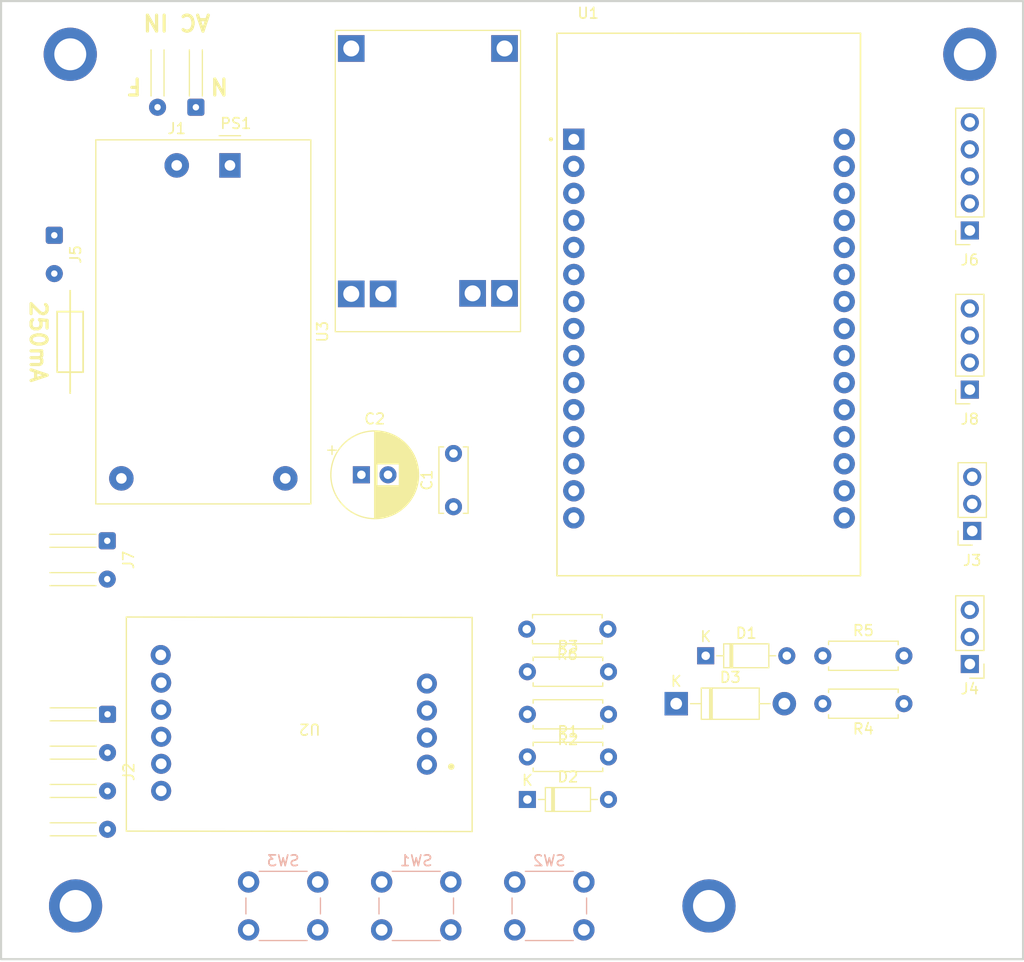
<source format=kicad_pcb>
(kicad_pcb (version 20211014) (generator pcbnew)
  (layers (0 "F.Cu" signal) (31 "B.Cu" signal) (34 "B.Paste" user) (35 "F.Paste" user) (36 "B.SilkS" user "B.Silkscreen") (37 "F.SilkS" user "F.Silkscreen") (38 "B.Mask" user) (39 "F.Mask" user) (44 "Edge.Cuts" user))
  (net 0 "")
  (net 1 "/5V")
  (net 2 "GND")
  (net 4 "/IR_out")
  (net 9 "/N")
  (net 10 "Net-(J1-Pad2)")
  (net 13 "/red_wire")
  (net 18 "/black_wire")
  (net 20 "/white_wire")
  (net 21 "/green_wire")
  (net 22 "/ac_check")
  (net 23 "/sMotor")
  (net 24 "/Phase")
  (net 25 "/CLK_encoder")
  (net 26 "/DT_encoder")
  (net 27 "/SW_encoder")
  (net 28 "/3V3")
  (net 29 "/SCL_disp")
  (net 30 "/SDA_disp")
  (net 31 "Net-(R1-Pad2)")
  (net 32 "Net-(D3-Pad1)")
  (net 33 "/led_on")
  (net 34 "/BUTTON_1")
  (net 35 "/BUTTON_2")
  (net 36 "/BUTTON_3")
  (net 37 "/SCK")
  (net 38 "/DT")
  (net 41 "Net-(J3-Pad1)")
  (net 42 "Net-(J7-Pad1)")
  (net 43 "Net-(J7-Pad2)")
  (net 44 "Net-(R3-Pad2)")
  (net 45 "/+Vcc")
  (footprint "Connector_PinSocket_2.54mm:PinSocket_1x03_P2.54mm_Vertical" (layer "F.Cu") (at 114.725 74.775 180)
    (fp_text reference "J3" (at 0 -2.77 180) (layer "F.SilkS"))
    (fp_text value "Conn_01x03")
    (fp_line (start 1.33 1.27) (end 1.33 6.41) (layer "F.SilkS") (width 0.12))
    (fp_line (start 0 -1.33) (end 1.33 -1.33) (layer "F.SilkS") (width 0.12))
    (fp_line (start -1.33 6.41) (end 1.33 6.41) (layer "F.SilkS") (width 0.12))
    (fp_line (start -1.33 1.27) (end -1.33 6.41) (layer "F.SilkS") (width 0.12))
    (fp_line (start -1.33 1.27) (end 1.33 1.27) (layer "F.SilkS") (width 0.12))
    (fp_line (start 1.33 -1.33) (end 1.33 0) (layer "F.SilkS") (width 0.12))
    (pad "1" thru_hole rect (at 0 0 180) (size 1.7 1.7) (drill 1) (layers *.Cu *.Mask) (net 41 "Net-(J3-Pad1)"))
    (pad "2" thru_hole oval (at 0 2.54 180) (size 1.7 1.7) (drill 1) (layers *.Cu *.Mask) (net 2 "GND"))
    (pad "3" thru_hole oval (at 0 5.08 180) (size 1.7 1.7) (drill 1) (layers *.Cu *.Mask) (net 1 "/5V"))
  )
  (footprint "Connector_PinHeader_2.54mm:PinHeader_1x03_P2.54mm_Vertical" (layer "F.Cu") (at 114.5 87.275 180)
    (fp_text reference "J4" (at 0 -2.33 180) (layer "F.SilkS"))
    (fp_text value "Conn_01x03")
    (fp_line (start 1.33 1.27) (end 1.33 6.41) (layer "F.SilkS") (width 0.12))
    (fp_line (start -1.33 0) (end -1.33 -1.33) (layer "F.SilkS") (width 0.12))
    (fp_line (start -1.33 6.41) (end 1.33 6.41) (layer "F.SilkS") (width 0.12))
    (fp_line (start -1.33 1.27) (end 1.33 1.27) (layer "F.SilkS") (width 0.12))
    (fp_line (start -1.33 -1.33) (end 0 -1.33) (layer "F.SilkS") (width 0.12))
    (fp_line (start -1.33 1.27) (end -1.33 6.41) (layer "F.SilkS") (width 0.12))
    (pad "1" thru_hole rect (at 0 0 180) (size 1.7 1.7) (drill 1) (layers *.Cu *.Mask) (net 23 "/sMotor"))
    (pad "2" thru_hole oval (at 0 2.54 180) (size 1.7 1.7) (drill 1) (layers *.Cu *.Mask) (net 1 "/5V"))
    (pad "3" thru_hole oval (at 0 5.08 180) (size 1.7 1.7) (drill 1) (layers *.Cu *.Mask) (net 2 "GND"))
  )
  (footprint "footprint_lib:fuse_ieee" (layer "F.Cu") (at 30 57 90)
    (fp_text reference "G***" hide)
    (fp_text value "LOGO" hide)
    (fp_poly (pts (xy -0.636544 -1.313956) (xy -0.401609 -1.313946) (xy -0.151079 -1.313936) (xy 0.020267 -1.313934) (xy 2.907081 -1.313934) (xy 2.907081 -0.090333) (xy 4.861559 -0.090333) (xy 4.861559 0.073909) (xy 2.907081 0.073909) (xy 2.907081 1.289299) (xy -2.891919 1.289299) (xy -2.939928 1.24129) (xy -2.939928 1.125057) (xy -2.775687 1.125057) (xy 2.742839 1.125057) (xy 2.742839 0.073909) (xy -2.775687 0.073909) (xy -2.775687 1.125057) (xy -2.939928 1.125057) (xy -2.939928 0.073909) (xy -4.894406 0.073909) (xy -4.894406 -0.090333) (xy -2.93973 -0.090333) (xy -2.775687 -0.090333) (xy 2.742839 -0.090333) (xy 2.742839 -1.149692) (xy -2.775687 -1.149692) (xy -2.775687 -0.090333) (xy -2.93973 -0.090333) (xy -2.940038 -0.673542) (xy -2.940008 -0.798867) (xy -2.939773 -0.908288) (xy -2.939326 -1.002323) (xy -2.938658 -1.081491) (xy -2.937762 -1.146311) (xy -2.93663 -1.1973) (xy -2.935256 -1.234979) (xy -2.933631 -1.259864) (xy -2.931747 -1.272476) (xy -2.931264 -1.27372) (xy -2.929708 -1.277301) (xy -2.928656 -1.280664) (xy -2.927607 -1.283815) (xy -2.926056 -1.286761) (xy -2.923501 -1.28951) (xy -2.919439 -1.292067) (xy -2.913366 -1.294441) (xy -2.904779 -1.296637) (xy -2.893176 -1.298662) (xy -2.878053 -1.300524) (xy -2.858906 -1.302229) (xy -2.835234 -1.303784) (xy -2.806533 -1.305196) (xy -2.772299 -1.306472) (xy -2.73203 -1.307618) (xy -2.685223 -1.308642) (xy -2.631374 -1.30955) (xy -2.56998 -1.31035) (xy -2.500538 -1.311047) (xy -2.422546 -1.311649) (xy -2.3355 -1.312164) (xy -2.238897 -1.312596) (xy -2.132233 -1.312954) (xy -2.015007 -1.313245) (xy -1.886714 -1.313475) (xy -1.746851 -1.313651) (xy -1.594916 -1.313779) (xy -1.430406 -1.313868) (xy -1.252816 -1.313923) (xy -1.061645 -1.313951) (xy -0.856389 -1.31396)) (layer "F.SilkS") (width 0) (fill solid))
  )
  (footprint "Diode_THT:D_DO-35_SOD27_P7.62mm_Horizontal" (layer "F.Cu") (at 89.69 86.5)
    (fp_text reference "D1" (at 3.81 -2.12) (layer "F.SilkS"))
    (fp_text value "3V6")
    (fp_text user "K" (at 0 -1.8) (layer "F.SilkS"))
    (fp_line (start 1.69 1.12) (end 5.93 1.12) (layer "F.SilkS") (width 0.12))
    (fp_line (start 1.04 0) (end 1.69 0) (layer "F.SilkS") (width 0.12))
    (fp_line (start 2.41 -1.12) (end 2.41 1.12) (layer "F.SilkS") (width 0.12))
    (fp_line (start 2.53 -1.12) (end 2.53 1.12) (layer "F.SilkS") (width 0.12))
    (fp_line (start 5.93 1.12) (end 5.93 -1.12) (layer "F.SilkS") (width 0.12))
    (fp_line (start 6.58 0) (end 5.93 0) (layer "F.SilkS") (width 0.12))
    (fp_line (start 2.29 -1.12) (end 2.29 1.12) (layer "F.SilkS") (width 0.12))
    (fp_line (start 5.93 -1.12) (end 1.69 -1.12) (layer "F.SilkS") (width 0.12))
    (fp_line (start 1.69 -1.12) (end 1.69 1.12) (layer "F.SilkS") (width 0.12))
    (pad "1" thru_hole rect (at 0 0) (size 1.6 1.6) (drill 0.8) (layers *.Cu *.Mask) (net 22 "/ac_check"))
    (pad "2" thru_hole oval (at 7.62 0) (size 1.6 1.6) (drill 0.8) (layers *.Cu *.Mask) (net 2 "GND"))
  )
  (footprint "Resistor_THT:R_Axial_DIN0207_L6.3mm_D2.5mm_P7.62mm_Horizontal" (layer "F.Cu") (at 80.5 84 180)
    (fp_text reference "R6" (at 3.81 -2.37 180) (layer "F.SilkS"))
    (fp_text value "10k")
    (fp_line (start 7.08 1.37) (end 7.08 1.04) (layer "F.SilkS") (width 0.12))
    (fp_line (start 0.54 1.37) (end 7.08 1.37) (layer "F.SilkS") (width 0.12))
    (fp_line (start 0.54 -1.04) (end 0.54 -1.37) (layer "F.SilkS") (width 0.12))
    (fp_line (start 0.54 -1.37) (end 7.08 -1.37) (layer "F.SilkS") (width 0.12))
    (fp_line (start 7.08 -1.37) (end 7.08 -1.04) (layer "F.SilkS") (width 0.12))
    (fp_line (start 0.54 1.04) (end 0.54 1.37) (layer "F.SilkS") (width 0.12))
    (pad "1" thru_hole circle (at 0 0 180) (size 1.6 1.6) (drill 0.8) (layers *.Cu *.Mask) (net 31 "Net-(R1-Pad2)"))
    (pad "2" thru_hole oval (at 7.62 0 180) (size 1.6 1.6) (drill 0.8) (layers *.Cu *.Mask) (net 2 "GND"))
  )
  (footprint "footprint_lib:TP4056" (layer "F.Cu") (at 54.895 56.055 90)
    (fp_text reference "U3" (at 0 -1.2 90 unlocked) (layer "F.SilkS"))
    (fp_text value "TP4056")
    (fp_rect (start 0 0) (end 28.3 17.4) (layer "F.SilkS") (width 0.12) (fill none))
    (pad "1" thru_hole rect (at 26.6 15.9 90) (size 2.5 2.5) (drill 1.5) (layers *.Cu *.Mask) (net 32 "Net-(D3-Pad1)"))
    (pad "2" thru_hole rect (at 26.6 1.5 90) (size 2.5 2.5) (drill 1.5) (layers *.Cu *.Mask) (net 2 "GND"))
    (pad "3" thru_hole rect (at 3.55 1.5 90) (size 2.5 2.5) (drill 1.5) (layers *.Cu *.Mask) (net 2 "GND"))
    (pad "4" thru_hole rect (at 3.55 4.5 90) (size 2.5 2.5) (drill 1.5) (layers *.Cu *.Mask) (net 43 "Net-(J7-Pad2)"))
    (pad "5" thru_hole rect (at 3.6 12.9 90) (size 2.5 2.5) (drill 1.5) (layers *.Cu *.Mask) (net 42 "Net-(J7-Pad1)"))
    (pad "6" thru_hole rect (at 3.6 15.9 90) (size 2.5 2.5) (drill 1.5) (layers *.Cu *.Mask) (net 45 "/+Vcc"))
  )
  (footprint "Connector_Wire:SolderWire-0.1sqmm_1x04_P3.6mm_D0.4mm_OD1mm_Relief" (layer "F.Cu") (at 33.5 92 -90)
    (fp_text reference "J2" (at 5.4 -2 90) (layer "F.SilkS"))
    (fp_text value "Conn_01x04")
    (fp_line (start 6.59 1.06) (end 6.59 5.39) (layer "F.SilkS") (width 0.12))
    (fp_line (start 0.61 1.06) (end 0.61 5.39) (layer "F.SilkS") (width 0.12))
    (fp_line (start 7.81 1.06) (end 7.81 5.39) (layer "F.SilkS") (width 0.12))
    (fp_line (start -0.61 1.06) (end -0.61 5.39) (layer "F.SilkS") (width 0.12))
    (fp_line (start 10.19 1.06) (end 10.19 5.39) (layer "F.SilkS") (width 0.12))
    (fp_line (start 2.99 1.06) (end 2.99 5.39) (layer "F.SilkS") (width 0.12))
    (fp_line (start 11.41 1.06) (end 11.41 5.39) (layer "F.SilkS") (width 0.12))
    (fp_line (start 4.21 1.06) (end 4.21 5.39) (layer "F.SilkS") (width 0.12))
    (pad "" np_thru_hole circle (at 7.2 6 270) (size 1.5 1.5) (drill 1.5) (layers *.Cu *.Mask))
    (pad "" np_thru_hole circle (at 3.6 6 270) (size 1.5 1.5) (drill 1.5) (layers *.Cu *.Mask))
    (pad "" np_thru_hole circle (at 0 6 270) (size 1.5 1.5) (drill 1.5) (layers *.Cu *.Mask))
    (pad "" np_thru_hole circle (at 10.8 6 270) (size 1.5 1.5) (drill 1.5) (layers *.Cu *.Mask))
    (pad "1" thru_hole roundrect (at 0 0 270) (size 1.6 1.6) (drill 0.6) (layers *.Cu *.Mask) (roundrect_rratio 0.15625) (net 21 "/green_wire"))
    (pad "2" thru_hole circle (at 3.6 0 270) (size 1.6 1.6) (drill 0.6) (layers *.Cu *.Mask) (net 20 "/white_wire"))
    (pad "3" thru_hole circle (at 7.2 0 270) (size 1.6 1.6) (drill 0.6) (layers *.Cu *.Mask) (net 18 "/black_wire"))
    (pad "4" thru_hole circle (at 10.8 0 270) (size 1.6 1.6) (drill 0.6) (layers *.Cu *.Mask) (net 13 "/red_wire"))
  )
  (footprint "Resistor_THT:R_Axial_DIN0207_L6.3mm_D2.5mm_P7.62mm_Horizontal" (layer "F.Cu") (at 72.94 88)
    (fp_text reference "R3" (at 3.81 -2.37) (layer "F.SilkS"))
    (fp_text value "10k")
    (fp_line (start 0.54 1.37) (end 7.08 1.37) (layer "F.SilkS") (width 0.12))
    (fp_line (start 7.08 1.37) (end 7.08 1.04) (layer "F.SilkS") (width 0.12))
    (fp_line (start 0.54 1.04) (end 0.54 1.37) (layer "F.SilkS") (width 0.12))
    (fp_line (start 0.54 -1.37) (end 7.08 -1.37) (layer "F.SilkS") (width 0.12))
    (fp_line (start 0.54 -1.04) (end 0.54 -1.37) (layer "F.SilkS") (width 0.12))
    (fp_line (start 7.08 -1.37) (end 7.08 -1.04) (layer "F.SilkS") (width 0.12))
    (pad "1" thru_hole circle (at 0 0) (size 1.6 1.6) (drill 0.8) (layers *.Cu *.Mask) (net 1 "/5V"))
    (pad "2" thru_hole oval (at 7.62 0) (size 1.6 1.6) (drill 0.8) (layers *.Cu *.Mask) (net 44 "Net-(R3-Pad2)"))
  )
  (footprint "Capacitor_THT:C_Disc_D6.0mm_W2.5mm_P5.00mm" (layer "F.Cu") (at 66 72.5 90)
    (fp_text reference "C1" (at 2.5 -2.5 90) (layer "F.SilkS"))
    (fp_text value "100n")
    (fp_line (start -0.62 1.37) (end 5.62 1.37) (layer "F.SilkS") (width 0.12))
    (fp_line (start -0.62 0.925) (end -0.62 1.37) (layer "F.SilkS") (width 0.12))
    (fp_line (start 5.62 0.925) (end 5.62 1.37) (layer "F.SilkS") (width 0.12))
    (fp_line (start -0.62 -1.37) (end -0.62 -0.925) (layer "F.SilkS") (width 0.12))
    (fp_line (start -0.62 -1.37) (end 5.62 -1.37) (layer "F.SilkS") (width 0.12))
    (fp_line (start 5.62 -1.37) (end 5.62 -0.925) (layer "F.SilkS") (width 0.12))
    (pad "1" thru_hole circle (at 0 0 90) (size 1.6 1.6) (drill 0.8) (layers *.Cu *.Mask) (net 1 "/5V"))
    (pad "2" thru_hole circle (at 5 0 90) (size 1.6 1.6) (drill 0.8) (layers *.Cu *.Mask) (net 2 "GND"))
  )
  (footprint "Connector_Wire:SolderWire-0.1sqmm_1x02_P3.6mm_D0.4mm_OD1mm_Relief" (layer "F.Cu") (at 41.8 34.975 180)
    (fp_text reference "J1" (at 1.8 -2 180) (layer "F.SilkS"))
    (fp_text value "Conn_01x02")
    (fp_line (start 4.21 1.06) (end 4.21 5.39) (layer "F.SilkS") (width 0.12))
    (fp_line (start 0.61 1.06) (end 0.61 5.39) (layer "F.SilkS") (width 0.12))
    (fp_line (start -0.61 1.06) (end -0.61 5.39) (layer "F.SilkS") (width 0.12))
    (fp_line (start 2.99 1.06) (end 2.99 5.39) (layer "F.SilkS") (width 0.12))
    (pad "" np_thru_hole circle (at 0 6 180) (size 1.5 1.5) (drill 1.5) (layers *.Cu *.Mask))
    (pad "" np_thru_hole circle (at 3.6 6 180) (size 1.5 1.5) (drill 1.5) (layers *.Cu *.Mask))
    (pad "1" thru_hole roundrect (at 0 0 180) (size 1.6 1.6) (drill 0.6) (layers *.Cu *.Mask) (roundrect_rratio 0.15625) (net 9 "/N"))
    (pad "2" thru_hole circle (at 3.6 0 180) (size 1.6 1.6) (drill 0.6) (layers *.Cu *.Mask) (net 10 "Net-(J1-Pad2)"))
  )
  (footprint "Resistor_THT:R_Axial_DIN0207_L6.3mm_D2.5mm_P7.62mm_Horizontal" (layer "F.Cu") (at 100.69 86.5)
    (fp_text reference "R5" (at 3.81 -2.37) (layer "F.SilkS"))
    (fp_text value "10k")
    (fp_line (start 0.54 -1.37) (end 7.08 -1.37) (layer "F.SilkS") (width 0.12))
    (fp_line (start 7.08 -1.37) (end 7.08 -1.04) (layer "F.SilkS") (width 0.12))
    (fp_line (start 0.54 -1.04) (end 0.54 -1.37) (layer "F.SilkS") (width 0.12))
    (fp_line (start 7.08 1.37) (end 7.08 1.04) (layer "F.SilkS") (width 0.12))
    (fp_line (start 0.54 1.37) (end 7.08 1.37) (layer "F.SilkS") (width 0.12))
    (fp_line (start 0.54 1.04) (end 0.54 1.37) (layer "F.SilkS") (width 0.12))
    (pad "1" thru_hole circle (at 0 0) (size 1.6 1.6) (drill 0.8) (layers *.Cu *.Mask) (net 44 "Net-(R3-Pad2)"))
    (pad "2" thru_hole oval (at 7.62 0) (size 1.6 1.6) (drill 0.8) (layers *.Cu *.Mask) (net 22 "/ac_check"))
  )
  (footprint "Connector_PinSocket_2.54mm:PinSocket_1x05_P2.54mm_Vertical" (layer "F.Cu") (at 114.5 46.55 180)
    (fp_text reference "J6" (at 0 -2.77 180) (layer "F.SilkS"))
    (fp_text value "Conn_01x05")
    (fp_line (start -1.33 11.49) (end 1.33 11.49) (layer "F.SilkS") (width 0.12))
    (fp_line (start 0 -1.33) (end 1.33 -1.33) (layer "F.SilkS") (width 0.12))
    (fp_line (start -1.33 1.27) (end 1.33 1.27) (layer "F.SilkS") (width 0.12))
    (fp_line (start 1.33 -1.33) (end 1.33 0) (layer "F.SilkS") (width 0.12))
    (fp_line (start -1.33 1.27) (end -1.33 11.49) (layer "F.SilkS") (width 0.12))
    (fp_line (start 1.33 1.27) (end 1.33 11.49) (layer "F.SilkS") (width 0.12))
    (pad "1" thru_hole rect (at 0 0 180) (size 1.7 1.7) (drill 1) (layers *.Cu *.Mask) (net 2 "GND"))
    (pad "2" thru_hole oval (at 0 2.54 180) (size 1.7 1.7) (drill 1) (layers *.Cu *.Mask) (net 28 "/3V3"))
    (pad "3" thru_hole oval (at 0 5.08 180) (size 1.7 1.7) (drill 1) (layers *.Cu *.Mask) (net 27 "/SW_encoder"))
    (pad "4" thru_hole oval (at 0 7.62 180) (size 1.7 1.7) (drill 1) (layers *.Cu *.Mask) (net 26 "/DT_encoder"))
    (pad "5" thru_hole oval (at 0 10.16 180) (size 1.7 1.7) (drill 1) (layers *.Cu *.Mask) (net 25 "/CLK_encoder"))
  )
  (footprint "Diode_THT:D_DO-35_SOD27_P7.62mm_Horizontal" (layer "F.Cu") (at 72.94 100)
    (fp_text reference "D2" (at 3.81 -2.12) (layer "F.SilkS"))
    (fp_text value "3V6")
    (fp_text user "K" (at 0 -1.8) (layer "F.SilkS"))
    (fp_line (start 1.69 -1.12) (end 1.69 1.12) (layer "F.SilkS") (width 0.12))
    (fp_line (start 1.04 0) (end 1.69 0) (layer "F.SilkS") (width 0.12))
    (fp_line (start 6.58 0) (end 5.93 0) (layer "F.SilkS") (width 0.12))
    (fp_line (start 5.93 1.12) (end 5.93 -1.12) (layer "F.SilkS") (width 0.12))
    (fp_line (start 1.69 1.12) (end 5.93 1.12) (layer "F.SilkS") (width 0.12))
    (fp_line (start 2.29 -1.12) (end 2.29 1.12) (layer "F.SilkS") (width 0.12))
    (fp_line (start 2.41 -1.12) (end 2.41 1.12) (layer "F.SilkS") (width 0.12))
    (fp_line (start 2.53 -1.12) (end 2.53 1.12) (layer "F.SilkS") (width 0.12))
    (fp_line (start 5.93 -1.12) (end 1.69 -1.12) (layer "F.SilkS") (width 0.12))
    (pad "1" thru_hole rect (at 0 0) (size 1.6 1.6) (drill 0.8) (layers *.Cu *.Mask) (net 4 "/IR_out"))
    (pad "2" thru_hole oval (at 7.62 0) (size 1.6 1.6) (drill 0.8) (layers *.Cu *.Mask) (net 2 "GND"))
  )
  (footprint "Connector_Wire:SolderWire-0.1sqmm_1x02_P3.6mm_D0.4mm_OD1mm_Relief" (layer "F.Cu") (at 33.475 75.7 -90)
    (fp_text reference "J7" (at 1.8 -2 90) (layer "F.SilkS"))
    (fp_text value "Conn_01x02")
    (fp_line (start 2.99 1.06) (end 2.99 5.39) (layer "F.SilkS") (width 0.12))
    (fp_line (start -0.61 1.06) (end -0.61 5.39) (layer "F.SilkS") (width 0.12))
    (fp_line (start 0.61 1.06) (end 0.61 5.39) (layer "F.SilkS") (width 0.12))
    (fp_line (start 4.21 1.06) (end 4.21 5.39) (layer "F.SilkS") (width 0.12))
    (pad "" np_thru_hole circle (at 3.6 6 270) (size 1.5 1.5) (drill 1.5) (layers *.Cu *.Mask))
    (pad "" np_thru_hole circle (at 0 6 270) (size 1.5 1.5) (drill 1.5) (layers *.Cu *.Mask))
    (pad "1" thru_hole roundrect (at 0 0 270) (size 1.6 1.6) (drill 0.6) (layers *.Cu *.Mask) (roundrect_rratio 0.15625) (net 42 "Net-(J7-Pad1)"))
    (pad "2" thru_hole circle (at 3.6 0 270) (size 1.6 1.6) (drill 0.6) (layers *.Cu *.Mask) (net 43 "Net-(J7-Pad2)"))
  )
  (footprint "Resistor_THT:R_Axial_DIN0207_L6.3mm_D2.5mm_P7.62mm_Horizontal" (layer "F.Cu") (at 80.56 92 180)
    (fp_text reference "R2" (at 3.81 -2.37 180) (layer "F.SilkS"))
    (fp_text value "10k")
    (fp_line (start 0.54 1.37) (end 7.08 1.37) (layer "F.SilkS") (width 0.12))
    (fp_line (start 0.54 1.04) (end 0.54 1.37) (layer "F.SilkS") (width 0.12))
    (fp_line (start 7.08 1.37) (end 7.08 1.04) (layer "F.SilkS") (width 0.12))
    (fp_line (start 7.08 -1.37) (end 7.08 -1.04) (layer "F.SilkS") (width 0.12))
    (fp_line (start 0.54 -1.04) (end 0.54 -1.37) (layer "F.SilkS") (width 0.12))
    (fp_line (start 0.54 -1.37) (end 7.08 -1.37) (layer "F.SilkS") (width 0.12))
    (pad "1" thru_hole circle (at 0 0 180) (size 1.6 1.6) (drill 0.8) (layers *.Cu *.Mask) (net 41 "Net-(J3-Pad1)"))
    (pad "2" thru_hole oval (at 7.62 0 180) (size 1.6 1.6) (drill 0.8) (layers *.Cu *.Mask) (net 31 "Net-(R1-Pad2)"))
  )
  (footprint "Capacitor_THT:CP_Radial_D8.0mm_P2.50mm" (layer "F.Cu") (at 57.347349 69.5)
    (fp_text reference "C2" (at 1.25 -5.25) (layer "F.SilkS"))
    (fp_text value "220u")
    (fp_line (start 2.931 1.04) (end 2.931 3.722) (layer "F.SilkS") (width 0.12))
    (fp_line (start 3.051 -3.666) (end 3.051 -1.04) (layer "F.SilkS") (width 0.12))
    (fp_line (start 1.89 -4.03) (end 1.89 -1.04) (layer "F.SilkS") (width 0.12))
    (fp_line (start 2.091 1.04) (end 2.091 3.994) (layer "F.SilkS") (width 0.12))
    (fp_line (start -2.759698 -2.715) (end -2.759698 -1.915) (layer "F.SilkS") (width 0.12))
    (fp_line (start 1.49 1.04) (end 1.49 4.074) (layer "F.SilkS") (width 0.12))
    (fp_line (start 4.931 -1.813) (end 4.931 1.813) (layer "F.SilkS") (width 0.12))
    (fp_line (start 1.69 1.04) (end 1.69 4.057) (layer "F.SilkS") (width 0.12))
    (fp_line (start 1.81 1.04) (end 1.81 4.042) (layer "F.SilkS") (width 0.12))
    (fp_line (start 3.091 -3.647) (end 3.091 -1.04) (layer "F.SilkS") (width 0.12))
    (fp_line (start 2.371 -3.925) (end 2.371 -1.04) (layer "F.SilkS") (width 0.12))
    (fp_line (start 5.171 -1.229) (end 5.171 1.229) (layer "F.SilkS") (width 0.12))
    (fp_line (start 3.691 -3.28) (end 3.691 3.28) (layer "F.SilkS") (width 0.12))
    (fp_line (start 2.331 1.04) (end 2.331 3.936) (layer "F.SilkS") (width 0.12))
    (fp_line (start 1.85 -4.037) (end 1.85 -1.04) (layer "F.SilkS") (width 0.12))
    (fp_line (start 1.69 -4.057) (end 1.69 -1.04) (layer "F.SilkS") (width 0.12))
    (fp_line (start 2.931 -3.722) (end 2.931 -1.04) (layer "F.SilkS") (width 0.12))
    (fp_line (start 2.171 -3.976) (end 2.171 -1.04) (layer "F.SilkS") (width 0.12))
    (fp_line (start 2.211 -3.967) (end 2.211 -1.04) (layer "F.SilkS") (width 0.12))
    (fp_line (start 1.73 -4.052) (end 1.73 -1.04) (layer "F.SilkS") (width 0.12))
    (fp_line (start 2.811 -3.774) (end 2.811 -1.04) (layer "F.SilkS") (width 0.12))
    (fp_line (start 5.251 -0.948) (end 5.251 0.948) (layer "F.SilkS") (width 0.12))
    (fp_line (start 3.811 -3.189) (end 3.811 3.189) (layer "F.SilkS") (width 0.12))
    (fp_line (start 3.931 -3.09) (end 3.931 3.09) (layer "F.SilkS") (width 0.12))
    (fp_line (start 2.571 1.04) (end 2.571 3.863) (layer "F.SilkS") (width 0.12))
    (fp_line (start 1.61 1.04) (end 1.61 4.065) (layer "F.SilkS") (width 0.12))
    (fp_line (start 2.691 -3.821) (end 2.691 -1.04) (layer "F.SilkS") (width 0.12))
    (fp_line (start 2.491 -3.889) (end 2.491 -1.04) (layer "F.SilkS") (width 0.12))
    (fp_line (start 3.331 -3.517) (end 3.331 -1.04) (layer "F.SilkS") (width 0.12))
    (fp_line (start 4.291 -2.741) (end 4.291 2.741) (layer "F.SilkS") (width 0.12))
    (fp_line (start 1.971 -4.017) (end 1.971 -1.04) (layer "F.SilkS") (width 0.12))
    (fp_line (start 2.891 1.04) (end 2.891 3.74) (layer "F.SilkS") (width 0.12))
    (fp_line (start 3.331 1.04) (end 3.331 3.517) (layer "F.SilkS") (width 0.12))
    (fp_line (start 2.851 -3.757) (end 2.851 -1.04) (layer "F.SilkS") (width 0.12))
    (fp_line (start 4.051 -2.983) (end 4.051 2.983) (layer "F.SilkS") (width 0.12))
    (fp_line (start 4.531 -2.454) (end 4.531 2.454) (layer "F.SilkS") (width 0.12))
    (fp_line (start 1.57 1.04) (end 1.57 4.068) (layer "F.SilkS") (width 0.12))
    (fp_line (start 3.251 -3.562) (end 3.251 -1.04) (layer "F.SilkS") (width 0.12))
    (fp_line (start 5.331 -0.533) (end 5.331 0.533) (layer "F.SilkS") (width 0.12))
    (fp_line (start 2.411 -3.914) (end 2.411 -1.04) (layer "F.SilkS") (width 0.12))
    (fp_line (start 3.451 1.04) (end 3.451 3.444) (layer "F.SilkS") (width 0.12))
    (fp_line (start 2.331 -3.936) (end 2.331 -1.04) (layer "F.SilkS") (width 0.12))
    (fp_line (start 2.451 1.04) (end 2.451 3.902) (layer "F.SilkS") (width 0.12))
    (fp_line (start 1.77 -4.048) (end 1.77 -1.04) (layer "F.SilkS") (width 0.12))
    (fp_line (start 2.171 1.04) (end 2.171 3.976) (layer "F.SilkS") (width 0.12))
    (fp_line (start 2.491 1.04) (end 2.491 3.889) (layer "F.SilkS") (width 0.12))
    (fp_line (start 1.77 1.04) (end 1.77 4.048) (layer "F.SilkS") (width 0.12))
    (fp_line (start 1.81 -4.042) (end 1.81 -1.04) (layer "F.SilkS") (width 0.12))
    (fp_line (start 4.131 -2.907) (end 4.131 2.907) (layer "F.SilkS") (width 0.12))
    (fp_line (start 2.651 1.04) (end 2.651 3.835) (layer "F.SilkS") (width 0.12))
    (fp_line (start 2.531 -3.877) (end 2.531 -1.04) (layer "F.SilkS") (width 0.12))
    (fp_line (start 5.211 -1.098) (end 5.211 1.098) (layer "F.SilkS") (width 0.12))
    (fp_line (start 3.531 -3.392) (end 3.531 -1.04) (layer "F.SilkS") (width 0.12))
    (fp_line (start 1.93 -4.024) (end 1.93 -1.04) (layer "F.SilkS") (width 0.12))
    (fp_line (start 2.971 -3.704) (end 2.971 -1.04) (layer "F.SilkS") (width 0.12))
    (fp_line (start 4.451 -2.556) (end 4.451 2.556) (layer "F.SilkS") (width 0.12))
    (fp_line (start 2.451 -3.902) (end 2.451 -1.04) (layer "F.SilkS") (width 0.12))
    (fp_line (start 3.171 -3.606) (end 3.171 -1.04) (layer "F.SilkS") (width 0.12))
    (fp_line (start 3.011 -3.686) (end 3.011 -1.04) (layer "F.SilkS") (width 0.12))
    (fp_line (start 5.291 -0.768) (end 5.291 0.768) (layer "F.SilkS") (width 0.12))
    (fp_line (start 1.37 -4.079) (end 1.37 4.079) (layer "F.SilkS") (width 0.12))
    (fp_line (start 1.53 -4.071) (end 1.53 -1.04) (layer "F.SilkS") (width 0.12))
    (fp_line (start 5.091 -1.453) (end 5.091 1.453) (layer "F.SilkS") (width 0.12))
    (fp_line (start 4.331 -2.697) (end 4.331 2.697) (layer "F.SilkS") (width 0.12))
    (fp_line (start 4.851 -1.964) (end 4.851 1.964) (layer "F.SilkS") (width 0.12))
    (fp_line (start 2.851 1.04) (end 2.851 3.757) (layer "F.SilkS") (width 0.12))
    (fp_line (start 3.291 -3.54) (end 3.291 -1.04) (layer "F.SilkS") (width 0.12))
    (fp_line (start 3.651 -3.309) (end 3.651 3.309) (layer "F.SilkS") (width 0.12))
    (fp_line (start 3.491 1.04) (end 3.491 3.418) (layer "F.SilkS") (width 0.12))
    (fp_line (start 1.89 1.04) (end 1.89 4.03) (layer "F.SilkS") (width 0.12))
    (fp_line (start 1.49 -4.074) (end 1.49 -1.04) (layer "F.SilkS") (width 0.12))
    (fp_line (start 2.891 -3.74) (end 2.891 -1.04) (layer "F.SilkS") (width 0.12))
    (fp_line (start 1.57 -4.068) (end 1.57 -1.04) (layer "F.SilkS") (width 0.12))
    (fp_line (start 1.93 1.04) (end 1.93 4.024) (layer "F.SilkS") (width 0.12))
    (fp_line (start 2.771 -3.79) (end 2.771 -1.04) (layer "F.SilkS") (width 0.12))
    (fp_line (start 2.731 -3.805) (end 2.731 -1.04) (layer "F.SilkS") (width 0.12))
    (fp_line (start 3.611 -3.338) (end 3.611 3.338) (layer "F.SilkS") (width 0.12))
    (fp_line (start 3.051 1.04) (end 3.051 3.666) (layer "F.SilkS") (width 0.12))
    (fp_line (start 2.651 -3.835) (end 2.651 -1.04) (layer "F.SilkS") (width 0.12))
    (fp_line (start 3.291 1.04) (end 3.291 3.54) (layer "F.SilkS") (width 0.12))
    (fp_line (start 2.051 1.04) (end 2.051 4.002) (layer "F.SilkS") (width 0.12))
    (fp_line (start 3.251 1.04) (end 3.251 3.562) (layer "F.SilkS") (width 0.12))
    (fp_line (start 3.211 -3.584) (end 3.211 -1.04) (layer "F.SilkS") (width 0.12))
    (fp_line (start 2.611 -3.85) (end 2.611 -1.04) (layer "F.SilkS") (width 0.12))
    (fp_line (start 4.211 -2.826) (end 4.211 2.826) (layer "F.SilkS") (width 0.12))
    (fp_line (start 4.251 -2.784) (end 4.251 2.784) (layer "F.SilkS") (width 0.12))
    (fp_line (start 2.211 1.04) (end 2.211 3.967) (layer "F.SilkS") (width 0.12))
    (fp_line (start 4.611 -2.345) (end 4.611 2.345) (layer "F.SilkS") (width 0.12))
    (fp_line (start 1.41 -4.077) (end 1.41 4.077) (layer "F.SilkS") (width 0.12))
    (fp_line (start 2.011 1.04) (end 2.011 4.01) (layer "F.SilkS") (width 0.12))
    (fp_line (start 1.73 1.04) (end 1.73 4.052) (layer "F.SilkS") (width 0.12))
    (fp_line (start 5.051 -1.552) (end 5.051 1.552) (layer "F.SilkS") (width 0.12))
    (fp_line (start 2.011 -4.01) (end 2.011 -1.04) (layer "F.SilkS") (width 0.12))
    (fp_line (start -3.159698 -2.315) (end -2.359698 -2.315) (layer "F.SilkS") (width 0.12))
    (fp_line (start 2.131 1.04) (end 2.131 3.985) (layer "F.SilkS") (width 0.12))
    (fp_line (start 3.411 -3.469) (end 3.411 -1.04) (layer "F.SilkS") (width 0.12))
    (fp_line (start 3.171 1.04) (end 3.171 3.606) (layer "F.SilkS") (width 0.12))
    (fp_line (start 2.051 -4.002) (end 2.051 -1.04) (layer "F.SilkS") (width 0.12))
    (fp_line (start 1.65 1.04) (end 1.65 4.061) (layer "F.SilkS") (width 0.12))
    (fp_line (start 1.971 1.04) (end 1.971 4.017) (layer "F.SilkS") (width 0.12))
    (fp_line (start 2.251 1.04) (end 2.251 3.957) (layer "F.SilkS") (width 0.12))
    (fp_line (start 3.731 -3.25) (end 3.731 3.25) (layer "F.SilkS") (width 0.12))
    (fp_line (start 4.651 -2.287) (end 4.651 2.287) (layer "F.SilkS") (width 0.12))
    (fp_line (start 2.571 -3.863) (end 2.571 -1.04) (layer "F.SilkS") (width 0.12))
    (fp_line (start 2.771 1.04) (end 2.771 3.79) (layer "F.SilkS") (width 0.12))
    (fp_line (start 3.891 -3.124) (end 3.891 3.124) (layer "F.SilkS") (width 0.12))
    (fp_line (start 5.131 -1.346) (end 5.131 1.346) (layer "F.SilkS") (width 0.12))
    (fp_line (start 1.65 -4.061) (end 1.65 -1.04) (layer "F.SilkS") (width 0.12))
    (fp_line (start 2.291 1.04) (end 2.291 3.947) (layer "F.SilkS") (width 0.12))
    (fp_line (start 3.971 -3.055) (end 3.971 3.055) (layer "F.SilkS") (width 0.12))
    (fp_line (start 1.61 -4.065) (end 1.61 -1.04) (layer "F.SilkS") (width 0.12))
    (fp_line (start 3.211 1.04) (end 3.211 3.584) (layer "F.SilkS") (width 0.12))
    (fp_line (start 1.25 -4.08) (end 1.25 4.08) (layer "F.SilkS") (width 0.12))
    (fp_line (start 4.411 -2.604) (end 4.411 2.604) (layer "F.SilkS") (width 0.12))
    (fp_line (start 4.571 -2.4) (end 4.571 2.4) (layer "F.SilkS") (width 0.12))
    (fp_line (start 2.971 1.04) (end 2.971 3.704) (layer "F.SilkS") (width 0.12))
    (fp_line (start 5.011 -1.645) (end 5.011 1.645) (layer "F.SilkS") (width 0.12))
    (fp_line (start 4.171 -2.867) (end 4.171 2.867) (layer "F.SilkS") (width 0.12))
    (fp_line (start 3.411 1.04) (end 3.411 3.469) (layer "F.SilkS") (width 0.12))
    (fp_line (start 2.091 -3.994) (end 2.091 -1.04) (layer "F.SilkS") (width 0.12))
    (fp_line (start 2.611 1.04) (end 2.611 3.85) (layer "F.SilkS") (width 0.12))
    (fp_line (start 2.251 -3.957) (end 2.251 -1.04) (layer "F.SilkS") (width 0.12))
    (fp_line (start 2.131 -3.985) (end 2.131 -1.04) (layer "F.SilkS") (width 0.12))
    (fp_line (start 4.731 -2.166) (end 4.731 2.166) (layer "F.SilkS") (width 0.12))
    (fp_line (start 4.371 -2.651) (end 4.371 2.651) (layer "F.SilkS") (width 0.12))
    (fp_line (start 3.371 1.04) (end 3.371 3.493) (layer "F.SilkS") (width 0.12))
    (fp_line (start 1.85 1.04) (end 1.85 4.037) (layer "F.SilkS") (width 0.12))
    (fp_line (start 2.691 1.04) (end 2.691 3.821) (layer "F.SilkS") (width 0.12))
    (fp_line (start 4.891 -1.89) (end 4.891 1.89) (layer "F.SilkS") (width 0.12))
    (fp_line (start 3.531 1.04) (end 3.531 3.392) (layer "F.SilkS") (width 0.12))
    (fp_line (start 3.771 -3.22) (end 3.771 3.22) (layer "F.SilkS") (width 0.12))
    (fp_line (start 2.531 1.04) (end 2.531 3.877) (layer "F.SilkS") (width 0.12))
    (fp_line (start 2.731 1.04) (end 2.731 3.805) (layer "F.SilkS") (width 0.12))
    (fp_line (start 1.45 -4.076) (end 1.45 4.076) (layer "F.SilkS") (width 0.12))
    (fp_line (start 3.571 -3.365) (end 3.571 3.365) (layer "F.SilkS") (width 0.12))
    (fp_line (start 3.131 1.04) (end 3.131 3.627) (layer "F.SilkS") (width 0.12))
    (fp_line (start 4.771 -2.102) (end 4.771 2.102) (layer "F.SilkS") (width 0.12))
    (fp_line (start 2.811 1.04) (end 2.811 3.774) (layer "F.SilkS") (width 0.12))
    (fp_line (start 4.691 -2.228) (end 4.691 2.228) (layer "F.SilkS") (width 0.12))
    (fp_line (start 4.091 -2.945) (end 4.091 2.945) (layer "F.SilkS") (width 0.12))
    (fp_line (start 4.491 -2.505) (end 4.491 2.505) (layer "F.SilkS") (width 0.12))
    (fp_line (start 3.131 -3.627) (end 3.131 -1.04) (layer "F.SilkS") (width 0.12))
    (fp_line (start 1.29 -4.08) (end 1.29 4.08) (layer "F.SilkS") (width 0.12))
    (fp_line (start 3.011 1.04) (end 3.011 3.686) (layer "F.SilkS") (width 0.12))
    (fp_line (start 3.371 -3.493) (end 3.371 -1.04) (layer "F.SilkS") (width 0.12))
    (fp_line (start 2.411 1.04) (end 2.411 3.914) (layer "F.SilkS") (width 0.12))
    (fp_line (start 3.091 1.04) (end 3.091 3.647) (layer "F.SilkS") (width 0.12))
    (fp_line (start 2.371 1.04) (end 2.371 3.925) (layer "F.SilkS") (width 0.12))
    (fp_line (start 3.491 -3.418) (end 3.491 -1.04) (layer "F.SilkS") (width 0.12))
    (fp_line (start 1.33 -4.08) (end 1.33 4.08) (layer "F.SilkS") (width 0.12))
    (fp_line (start 4.011 -3.019) (end 4.011 3.019) (layer "F.SilkS") (width 0.12))
    (fp_line (start 4.971 -1.731) (end 4.971 1.731) (layer "F.SilkS") (width 0.12))
    (fp_line (start 1.53 1.04) (end 1.53 4.071) (layer "F.SilkS") (width 0.12))
    (fp_line (start 3.451 -3.444) (end 3.451 -1.04) (layer "F.SilkS") (width 0.12))
    (fp_line (start 2.291 -3.947) (end 2.291 -1.04) (layer "F.SilkS") (width 0.12))
    (fp_line (start 3.851 -3.156) (end 3.851 3.156) (layer "F.SilkS") (width 0.12))
    (fp_line (start 4.811 -2.034) (end 4.811 2.034) (layer "F.SilkS") (width 0.12))
    (fp_circle (center 1.25 0) (end 5.37 0) (layer "F.SilkS") (width 0.12) (fill none))
    (pad "1" thru_hole rect (at 0 0) (size 1.6 1.6) (drill 0.8) (layers *.Cu *.Mask) (net 1 "/5V"))
    (pad "2" thru_hole circle (at 2.5 0) (size 1.6 1.6) (drill 0.8) (layers *.Cu *.Mask) (net 2 "GND"))
  )
  (footprint "Connector_PinSocket_2.54mm:PinSocket_1x04_P2.54mm_Vertical" (layer "F.Cu") (at 114.5 61.5 180)
    (fp_text reference "J8" (at 0 -2.77 180) (layer "F.SilkS"))
    (fp_text value "Conn_01x04")
    (fp_line (start 0 -1.33) (end 1.33 -1.33) (layer "F.SilkS") (width 0.12))
    (fp_line (start -1.33 8.95) (end 1.33 8.95) (layer "F.SilkS") (width 0.12))
    (fp_line (start -1.33 1.27) (end -1.33 8.95) (layer "F.SilkS") (width 0.12))
    (fp_line (start 1.33 1.27) (end 1.33 8.95) (layer "F.SilkS") (width 0.12))
    (fp_line (start -1.33 1.27) (end 1.33 1.27) (layer "F.SilkS") (width 0.12))
    (fp_line (start 1.33 -1.33) (end 1.33 0) (layer "F.SilkS") (width 0.12))
    (pad "1" thru_hole rect (at 0 0 180) (size 1.7 1.7) (drill 1) (layers *.Cu *.Mask) (net 2 "GND"))
    (pad "2" thru_hole oval (at 0 2.54 180) (size 1.7 1.7) (drill 1) (layers *.Cu *.Mask) (net 1 "/5V"))
    (pad "3" thru_hole oval (at 0 5.08 180) (size 1.7 1.7) (drill 1) (layers *.Cu *.Mask) (net 30 "/SDA_disp"))
    (pad "4" thru_hole oval (at 0 7.62 180) (size 1.7 1.7) (drill 1) (layers *.Cu *.Mask) (net 29 "/SCL_disp"))
  )
  (footprint "Connector_Wire:SolderWire-0.1sqmm_1x02_P3.6mm_D0.4mm_OD1mm" (layer "F.Cu") (at 28.5 47 -90)
    (fp_text reference "J5" (at 1.8 -2 -90) (layer "F.SilkS"))
    (fp_text value "Conn_01x02")
    (pad "1" thru_hole roundrect (at 0 0 270) (size 1.6 1.6) (drill 0.6) (layers *.Cu *.Mask) (roundrect_rratio 0.15625) (net 10 "Net-(J1-Pad2)"))
    (pad "2" thru_hole circle (at 3.6 0 270) (size 1.6 1.6) (drill 0.6) (layers *.Cu *.Mask) (net 24 "/Phase"))
  )
  (footprint "Diode_THT:D_DO-41_SOD81_P10.16mm_Horizontal" (layer "F.Cu") (at 86.92 91)
    (fp_text reference "D3" (at 5.08 -2.47) (layer "F.SilkS"))
    (fp_text value "1N4007")
    (fp_text user "K" (at 0 -2.1) (layer "F.SilkS"))
    (fp_line (start 2.36 -1.47) (end 2.36 1.47) (layer "F.SilkS") (width 0.12))
    (fp_line (start 2.36 1.47) (end 7.8 1.47) (layer "F.SilkS") (width 0.12))
    (fp_line (start 1.34 0) (end 2.36 0) (layer "F.SilkS") (width 0.12))
    (fp_line (start 3.26 -1.47) (end 3.26 1.47) (layer "F.SilkS") (width 0.12))
    (fp_line (start 7.8 1.47) (end 7.8 -1.47) (layer "F.SilkS") (width 0.12))
    (fp_line (start 7.8 -1.47) (end 2.36 -1.47) (layer "F.SilkS") (width 0.12))
    (fp_line (start 3.38 -1.47) (end 3.38 1.47) (layer "F.SilkS") (width 0.12))
    (fp_line (start 8.82 0) (end 7.8 0) (layer "F.SilkS") (width 0.12))
    (fp_line (start 3.14 -1.47) (end 3.14 1.47) (layer "F.SilkS") (width 0.12))
    (pad "1" thru_hole rect (at 0 0) (size 2.2 2.2) (drill 1.1) (layers *.Cu *.Mask) (net 32 "Net-(D3-Pad1)"))
    (pad "2" thru_hole oval (at 10.16 0) (size 2.2 2.2) (drill 1.1) (layers *.Cu *.Mask) (net 1 "/5V"))
  )
  (footprint "Converter_ACDC:Converter_ACDC_HiLink_HLK-PMxx" (layer "F.Cu") (at 45 40.4375 -90)
    (fp_text reference "PS1" (at -3.94 -0.55) (layer "F.SilkS"))
    (fp_text value "HLK-PM01 5V")
    (fp_line (start -2.79 -1) (end -2.79 1.01) (layer "F.SilkS") (width 0.12))
    (fp_line (start -2.4 -7.6) (end -2.4 12.6) (layer "F.SilkS") (width 0.12))
    (fp_line (start -2.4 12.6) (end 31.8 12.6) (layer "F.SilkS") (width 0.12))
    (fp_line (start 31.8 12.6) (end 31.8 -7.6) (layer "F.SilkS") (width 0.12))
    (fp_line (start 31.8 -7.6) (end -2.4 -7.6) (layer "F.SilkS") (width 0.12))
    (pad "1" thru_hole rect (at 0 0 270) (size 2.3 2) (drill 1) (layers *.Cu *.Mask) (net 24 "/Phase"))
    (pad "2" thru_hole circle (at 0 5 270) (size 2.3 2.3) (drill 1) (layers *.Cu *.Mask) (net 9 "/N"))
    (pad "3" thru_hole circle (at 29.4 -5.2 270) (size 2.3 2.3) (drill 1) (layers *.Cu *.Mask) (net 2 "GND"))
    (pad "4" thru_hole circle (at 29.4 10.2 270) (size 2.3 2.3) (drill 1) (layers *.Cu *.Mask) (net 1 "/5V"))
  )
  (footprint "Resistor_THT:R_Axial_DIN0207_L6.3mm_D2.5mm_P7.62mm_Horizontal" (layer "F.Cu") (at 72.94 96)
    (fp_text reference "R1" (at 3.81 -2.37) (layer "F.SilkS"))
    (fp_text value "10k")
    (fp_line (start 0.54 -1.04) (end 0.54 -1.37) (layer "F.SilkS") (width 0.12))
    (fp_line (start 0.54 1.04) (end 0.54 1.37) (layer "F.SilkS") (width 0.12))
    (fp_line (start 7.08 1.37) (end 7.08 1.04) (layer "F.SilkS") (width 0.12))
    (fp_line (start 7.08 -1.37) (end 7.08 -1.04) (layer "F.SilkS") (width 0.12))
    (fp_line (start 0.54 1.37) (end 7.08 1.37) (layer "F.SilkS") (width 0.12))
    (fp_line (start 0.54 -1.37) (end 7.08 -1.37) (layer "F.SilkS") (width 0.12))
    (pad "1" thru_hole circle (at 0 0) (size 1.6 1.6) (drill 0.8) (layers *.Cu *.Mask) (net 4 "/IR_out"))
    (pad "2" thru_hole oval (at 7.62 0) (size 1.6 1.6) (drill 0.8) (layers *.Cu *.Mask) (net 31 "Net-(R1-Pad2)"))
  )
  (footprint "Resistor_THT:R_Axial_DIN0207_L6.3mm_D2.5mm_P7.62mm_Horizontal" (layer "F.Cu") (at 108.31 91 180)
    (fp_text reference "R4" (at 3.81 -2.37) (layer "F.SilkS"))
    (fp_text value "10k")
    (fp_line (start 7.08 -1.37) (end 7.08 -1.04) (layer "F.SilkS") (width 0.12))
    (fp_line (start 0.54 -1.04) (end 0.54 -1.37) (layer "F.SilkS") (width 0.12))
    (fp_line (start 7.08 1.37) (end 7.08 1.04) (layer "F.SilkS") (width 0.12))
    (fp_line (start 0.54 1.04) (end 0.54 1.37) (layer "F.SilkS") (width 0.12))
    (fp_line (start 0.54 1.37) (end 7.08 1.37) (layer "F.SilkS") (width 0.12))
    (fp_line (start 0.54 -1.37) (end 7.08 -1.37) (layer "F.SilkS") (width 0.12))
    (pad "1" thru_hole circle (at 0 0 180) (size 1.6 1.6) (drill 0.8) (layers *.Cu *.Mask) (net 44 "Net-(R3-Pad2)"))
    (pad "2" thru_hole oval (at 7.62 0 180) (size 1.6 1.6) (drill 0.8) (layers *.Cu *.Mask) (net 2 "GND"))
  )
  (footprint "footprint_lib:HX711_module" (layer "F.Cu") (at 52.5 92.9 180)
    (fp_text reference "U2" (at 0 -0.5 180 unlocked) (layer "F.SilkS"))
    (fp_text value "HX711_module")
    (fp_line (start -15.25 -10.11) (end 17.23 -10.07) (layer "F.SilkS") (width 0.127))
    (fp_line (start 17.23 10.04) (end -15.25 10) (layer "F.SilkS") (width 0.127))
    (fp_line (start 17.23 -10.07) (end 17.23 10.04) (layer "F.SilkS") (width 0.127))
    (fp_line (start -15.25 10) (end -15.25 -10.11) (layer "F.SilkS") (width 0.127))
    (fp_circle (center -13.286 -4.014) (end -13.136 -4.014) (layer "F.SilkS") (width 0.3) (fill none))
    (pad "1" thru_hole circle (at -11 -3.83 180) (size 1.8796 1.8796) (drill 1.016) (layers *.Cu *.Mask) (net 2 "GND"))
    (pad "2" thru_hole circle (at -11 -1.29 180) (size 1.8796 1.8796) (drill 1.016) (layers *.Cu *.Mask) (net 38 "/DT"))
    (pad "3" thru_hole circle (at -11 1.25 180) (size 1.8796 1.8796) (drill 1.016) (layers *.Cu *.Mask) (net 37 "/SCK"))
    (pad "4" thru_hole circle (at -11 3.79 180) (size 1.8796 1.8796) (drill 1.016) (layers *.Cu *.Mask) (net 28 "/3V3"))
    (pad "5" thru_hole circle (at 14 6.47 180) (size 1.8796 1.8796) (drill 1.016) (layers *.Cu *.Mask))
    (pad "6" thru_hole circle (at 13.96 3.87 180) (size 1.8796 1.8796) (drill 1.016) (layers *.Cu *.Mask))
    (pad "7" thru_hole circle (at 13.96 1.33 180) (size 1.8796 1.8796) (drill 1.016) (layers *.Cu *.Mask) (net 21 "/green_wire"))
    (pad "8" thru_hole circle (at 13.96 -1.21 180) (size 1.8796 1.8796) (drill 1.016) (layers *.Cu *.Mask) (net 20 "/white_wire"))
    (pad "9" thru_hole circle (at 13.96 -3.75 180) (size 1.8796 1.8796) (drill 1.016) (layers *.Cu *.Mask) (net 18 "/black_wire"))
    (pad "10" thru_hole circle (at 13.96 -6.29 180) (size 1.8796 1.8796) (drill 1.016) (layers *.Cu *.Mask) (net 13 "/red_wire"))
  )
  (footprint "ESP32-DEVKIT-V1-footprint:MODULE_ESP32_DEVKIT_V1" (layer "F.Cu") (at 90 53.5)
    (fp_text reference "U1" (at -11.355 -27.36) (layer "F.SilkS"))
    (fp_text value "ESP32-DEVKIT-V1")
    (fp_line (start -14.28 -25.475) (end -3.211 -25.475) (layer "F.SilkS") (width 0.127))
    (fp_line (start 14.23 25.475) (end -14.28 25.475) (layer "F.SilkS") (width 0.127))
    (fp_line (start 14.23 -25.475) (end 14.23 25.475) (layer "F.SilkS") (width 0.127))
    (fp_line (start -14.28 -25.475) (end 14.23 -25.475) (layer "F.SilkS") (width 0.127))
    (fp_line (start -14.28 25.475) (end -8.91 25.475) (layer "F.SilkS") (width 0.127))
    (fp_line (start 3.5 -25.475) (end 14.23 -25.475) (layer "F.SilkS") (width 0.127))
    (fp_line (start 14.23 -25.475) (end 14.23 25.475) (layer "F.SilkS") (width 0.127))
    (fp_line (start -3.211 -25.475) (end 3.5 -25.475) (layer "F.SilkS") (width 0.127))
    (fp_line (start 8.78 25.475) (end 14.23 25.475) (layer "F.SilkS") (width 0.127))
    (fp_line (start -14.28 25.475) (end -14.28 -25.475) (layer "F.SilkS") (width 0.127))
    (fp_line (start -14.28 25.475) (end -14.28 -25.475) (layer "F.SilkS") (width 0.127))
    (fp_line (start -8.91 25.475) (end 8.78 25.475) (layer "F.SilkS") (width 0.127))
    (fp_circle (center -14.85 -15.515) (end -14.75 -15.515) (layer "F.SilkS") (width 0.2) (fill none))
    (pad "1" thru_hole rect (at -12.7 -15.515) (size 2 2) (drill 1.02) (layers *.Cu *.Mask) (net 28 "/3V3"))
    (pad "2" thru_hole circle (at -12.7 -12.975) (size 2 2) (drill 1.02) (layers *.Cu *.Mask) (net 2 "GND"))
    (pad "3" thru_hole circle (at -12.7 -10.435) (size 2 2) (drill 1.02) (layers *.Cu *.Mask) (net 25 "/CLK_encoder"))
    (pad "4" thru_hole circle (at -12.7 -7.895) (size 2 2) (drill 1.02) (layers *.Cu *.Mask))
    (pad "5" thru_hole circle (at -12.7 -5.355) (size 2 2) (drill 1.02) (layers *.Cu *.Mask) (net 4 "/IR_out"))
    (pad "6" thru_hole circle (at -12.7 -2.815) (size 2 2) (drill 1.02) (layers *.Cu *.Mask))
    (pad "7" thru_hole circle (at -12.7 -0.275) (size 2 2) (drill 1.02) (layers *.Cu *.Mask))
    (pad "8" thru_hole circle (at -12.7 2.265) (size 2 2) (drill 1.02) (layers *.Cu *.Mask))
    (pad "9" thru_hole circle (at -12.7 4.805) (size 2 2) (drill 1.02) (layers *.Cu *.Mask))
    (pad "10" thru_hole circle (at -12.7 7.345) (size 2 2) (drill 1.02) (layers *.Cu *.Mask) (net 23 "/sMotor"))
    (pad "11" thru_hole circle (at -12.7 9.885) (size 2 2) (drill 1.02) (layers *.Cu *.Mask) (net 30 "/SDA_disp"))
    (pad "12" thru_hole circle (at -12.7 12.425) (size 2 2) (drill 1.02) (layers *.Cu *.Mask))
    (pad "13" thru_hole circle (at -12.7 14.965) (size 2 2) (drill 1.02) (layers *.Cu *.Mask))
    (pad "14" thru_hole circle (at -12.7 17.505) (size 2 2) (drill 1.02) (layers *.Cu *.Mask) (net 29 "/SCL_disp"))
    (pad "15" thru_hole circle (at -12.7 20.045) (size 2 2) (drill 1.02) (layers *.Cu *.Mask))
    (pad "16" thru_hole circle (at 12.7 20.045) (size 2 2) (drill 1.02) (layers *.Cu *.Mask))
    (pad "17" thru_hole circle (at 12.7 17.505) (size 2 2) (drill 1.02) (layers *.Cu *.Mask))
    (pad "18" thru_hole circle (at 12.7 14.965) (size 2 2) (drill 1.02) (layers *.Cu *.Mask))
    (pad "19" thru_hole circle (at 12.7 12.425) (size 2 2) (drill 1.02) (layers *.Cu *.Mask) (net 33 "/led_on"))
    (pad "20" thru_hole circle (at 12.7 9.885) (size 2 2) (drill 1.02) (layers *.Cu *.Mask))
    (pad "21" thru_hole circle (at 12.7 7.345) (size 2 2) (drill 1.02) (layers *.Cu *.Mask) (net 34 "/BUTTON_1"))
    (pad "22" thru_hole circle (at 12.7 4.805) (size 2 2) (drill 1.02) (layers *.Cu *.Mask) (net 35 "/BUTTON_2"))
    (pad "23" thru_hole circle (at 12.7 2.265) (size 2 2) (drill 1.02) (layers *.Cu *.Mask) (net 36 "/BUTTON_3"))
    (pad "24" thru_hole circle (at 12.7 -0.275) (size 2 2) (drill 1.02) (layers *.Cu *.Mask) (net 22 "/ac_check"))
    (pad "25" thru_hole circle (at 12.7 -2.815) (size 2 2) (drill 1.02) (layers *.Cu *.Mask) (net 37 "/SCK"))
    (pad "26" thru_hole circle (at 12.7 -5.355) (size 2 2) (drill 1.02) (layers *.Cu *.Mask) (net 26 "/DT_encoder"))
    (pad "27" thru_hole circle (at 12.7 -7.895) (size 2 2) (drill 1.02) (layers *.Cu *.Mask) (net 38 "/DT"))
    (pad "28" thru_hole circle (at 12.7 -10.435) (size 2 2) (drill 1.02) (layers *.Cu *.Mask) (net 27 "/SW_encoder"))
    (pad "29" thru_hole circle (at 12.7 -12.975) (size 2 2) (drill 1.02) (layers *.Cu *.Mask) (net 2 "GND"))
    (pad "30" thru_hole circle (at 12.7 -15.515) (size 2 2) (drill 1.02) (layers *.Cu *.Mask) (net 45 "/+Vcc"))
  )
  (footprint "Button_Switch_THT:SW_PUSH_6mm" (layer "B.Cu") (at 53.25 107.75 180)
    (fp_text reference "SW3" (at 3.25 2) (layer "B.SilkS") (effects (justify mirror)))
    (fp_text value "SW_Push")
    (fp_line (start 5.5 1) (end 1 1) (layer "B.SilkS") (width 0.12))
    (fp_line (start -0.25 -1.5) (end -0.25 -3) (layer "B.SilkS") (width 0.12))
    (fp_line (start 1 -5.5) (end 5.5 -5.5) (layer "B.SilkS") (width 0.12))
    (fp_line (start 6.75 -3) (end 6.75 -1.5) (layer "B.SilkS") (width 0.12))
    (pad "1" thru_hole circle (at 0 0 90) (size 2 2) (drill 1.1) (layers *.Cu *.Mask) (net 36 "/BUTTON_3"))
    (pad "1" thru_hole circle (at 6.5 0 90) (size 2 2) (drill 1.1) (layers *.Cu *.Mask) (net 36 "/BUTTON_3"))
    (pad "2" thru_hole circle (at 0 -4.5 90) (size 2 2) (drill 1.1) (layers *.Cu *.Mask) (net 2 "GND"))
    (pad "2" thru_hole circle (at 6.5 -4.5 90) (size 2 2) (drill 1.1) (layers *.Cu *.Mask) (net 2 "GND"))
  )
  (footprint "Button_Switch_THT:SW_PUSH_6mm" (layer "B.Cu") (at 78.25 107.75 180)
    (fp_text reference "SW2" (at 3.25 2) (layer "B.SilkS") (effects (justify mirror)))
    (fp_text value "SW_Push")
    (fp_line (start 6.75 -3) (end 6.75 -1.5) (layer "B.SilkS") (width 0.12))
    (fp_line (start -0.25 -1.5) (end -0.25 -3) (layer "B.SilkS") (width 0.12))
    (fp_line (start 1 -5.5) (end 5.5 -5.5) (layer "B.SilkS") (width 0.12))
    (fp_line (start 5.5 1) (end 1 1) (layer "B.SilkS") (width 0.12))
    (pad "1" thru_hole circle (at 0 0 90) (size 2 2) (drill 1.1) (layers *.Cu *.Mask) (net 35 "/BUTTON_2"))
    (pad "1" thru_hole circle (at 6.5 0 90) (size 2 2) (drill 1.1) (layers *.Cu *.Mask) (net 35 "/BUTTON_2"))
    (pad "2" thru_hole circle (at 0 -4.5 90) (size 2 2) (drill 1.1) (layers *.Cu *.Mask) (net 2 "GND"))
    (pad "2" thru_hole circle (at 6.5 -4.5 90) (size 2 2) (drill 1.1) (layers *.Cu *.Mask) (net 2 "GND"))
  )
  (footprint "Button_Switch_THT:SW_PUSH_6mm" (layer "B.Cu") (at 65.75 107.75 180)
    (fp_text reference "SW1" (at 3.25 2) (layer "B.SilkS") (effects (justify mirror)))
    (fp_text value "SW_Push")
    (fp_line (start 6.75 -3) (end 6.75 -1.5) (layer "B.SilkS") (width 0.12))
    (fp_line (start 5.5 1) (end 1 1) (layer "B.SilkS") (width 0.12))
    (fp_line (start 1 -5.5) (end 5.5 -5.5) (layer "B.SilkS") (width 0.12))
    (fp_line (start -0.25 -1.5) (end -0.25 -3) (layer "B.SilkS") (width 0.12))
    (pad "1" thru_hole circle (at 6.5 0 90) (size 2 2) (drill 1.1) (layers *.Cu *.Mask) (net 34 "/BUTTON_1"))
    (pad "1" thru_hole circle (at 0 0 90) (size 2 2) (drill 1.1) (layers *.Cu *.Mask) (net 34 "/BUTTON_1"))
    (pad "2" thru_hole circle (at 6.5 -4.5 90) (size 2 2) (drill 1.1) (layers *.Cu *.Mask) (net 2 "GND"))
    (pad "2" thru_hole circle (at 0 -4.5 90) (size 2 2) (drill 1.1) (layers *.Cu *.Mask) (net 2 "GND"))
  )
  (gr_rect (start 23.5 25) (end 119.5 115) (layer "Edge.Cuts") (width 0.2) (fill none))
  (gr_text "F" (at 36 33 180) (layer "F.SilkS") (effects (font (size 1.5 1.5) (thickness 0.3))))
  (gr_text "AC IN" (at 40 27 180) (layer "F.SilkS") (effects (font (size 1.5 1.5) (thickness 0.3))))
  (gr_text "250mA" (at 27 57 270) (layer "F.SilkS") (effects (font (size 1.5 1.5) (thickness 0.3))))
  (gr_text "N" (at 44 33 180) (layer "F.SilkS") (effects (font (size 1.5 1.5) (thickness 0.3))))
  (via (at 90 110) (size 5) (drill 3) (layers "F.Cu" "B.Cu") (net 2))
  (via (at 30.5 110) (size 5) (drill 3) (layers "F.Cu" "B.Cu") (net 2))
  (via (at 30 30) (size 5) (drill 3) (layers "F.Cu" "B.Cu") (net 2))
  (via (at 114.5 30) (size 5) (drill 3) (layers "F.Cu" "B.Cu") (net 2))
)
</source>
